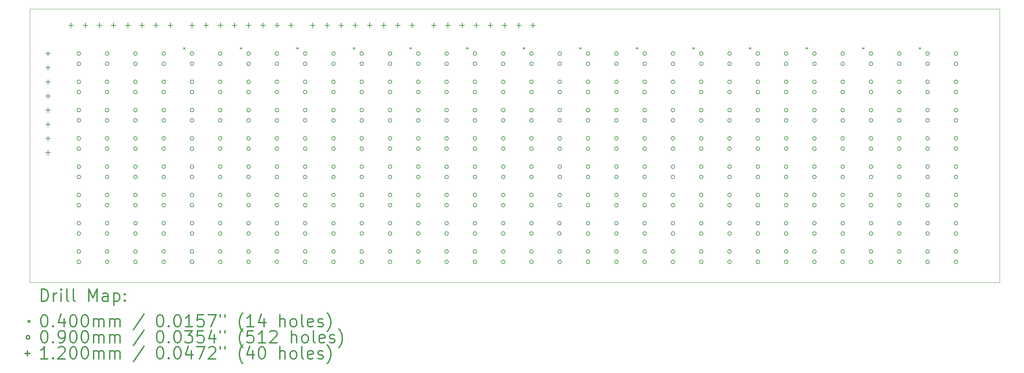
<source format=gbr>
%FSLAX45Y45*%
G04 Gerber Fmt 4.5, Leading zero omitted, Abs format (unit mm)*
G04 Created by KiCad (PCBNEW (5.1.10)-1) date 2023-12-13 16:59:55*
%MOMM*%
%LPD*%
G01*
G04 APERTURE LIST*
%TA.AperFunction,Profile*%
%ADD10C,0.050000*%
%TD*%
%ADD11C,0.200000*%
%ADD12C,0.300000*%
G04 APERTURE END LIST*
D10*
X25146000Y-1244600D02*
X1206500Y-1244600D01*
X25146000Y-8001000D02*
X25146000Y-1244600D01*
X1206500Y-8001000D02*
X25146000Y-8001000D01*
X1206500Y-1244600D02*
X1206500Y-8001000D01*
D11*
X4996500Y-2202500D02*
X5036500Y-2242500D01*
X5036500Y-2202500D02*
X4996500Y-2242500D01*
X6393500Y-2202500D02*
X6433500Y-2242500D01*
X6433500Y-2202500D02*
X6393500Y-2242500D01*
X7790500Y-2202500D02*
X7830500Y-2242500D01*
X7830500Y-2202500D02*
X7790500Y-2242500D01*
X9187500Y-2202500D02*
X9227500Y-2242500D01*
X9227500Y-2202500D02*
X9187500Y-2242500D01*
X10584500Y-2202500D02*
X10624500Y-2242500D01*
X10624500Y-2202500D02*
X10584500Y-2242500D01*
X11981500Y-2202500D02*
X12021500Y-2242500D01*
X12021500Y-2202500D02*
X11981500Y-2242500D01*
X13378500Y-2202500D02*
X13418500Y-2242500D01*
X13418500Y-2202500D02*
X13378500Y-2242500D01*
X14775500Y-2202500D02*
X14815500Y-2242500D01*
X14815500Y-2202500D02*
X14775500Y-2242500D01*
X16172500Y-2202500D02*
X16212500Y-2242500D01*
X16212500Y-2202500D02*
X16172500Y-2242500D01*
X17569500Y-2202500D02*
X17609500Y-2242500D01*
X17609500Y-2202500D02*
X17569500Y-2242500D01*
X18966500Y-2202500D02*
X19006500Y-2242500D01*
X19006500Y-2202500D02*
X18966500Y-2242500D01*
X20363500Y-2202500D02*
X20403500Y-2242500D01*
X20403500Y-2202500D02*
X20363500Y-2242500D01*
X21760500Y-2202500D02*
X21800500Y-2242500D01*
X21800500Y-2202500D02*
X21760500Y-2242500D01*
X23157500Y-2202500D02*
X23197500Y-2242500D01*
X23197500Y-2202500D02*
X23157500Y-2242500D01*
X2458000Y-2349500D02*
G75*
G03*
X2458000Y-2349500I-45000J0D01*
G01*
X2458000Y-2603500D02*
G75*
G03*
X2458000Y-2603500I-45000J0D01*
G01*
X2458000Y-3048000D02*
G75*
G03*
X2458000Y-3048000I-45000J0D01*
G01*
X2458000Y-3302000D02*
G75*
G03*
X2458000Y-3302000I-45000J0D01*
G01*
X2458000Y-3746500D02*
G75*
G03*
X2458000Y-3746500I-45000J0D01*
G01*
X2458000Y-4000500D02*
G75*
G03*
X2458000Y-4000500I-45000J0D01*
G01*
X2458000Y-4445000D02*
G75*
G03*
X2458000Y-4445000I-45000J0D01*
G01*
X2458000Y-4699000D02*
G75*
G03*
X2458000Y-4699000I-45000J0D01*
G01*
X2458000Y-5143500D02*
G75*
G03*
X2458000Y-5143500I-45000J0D01*
G01*
X2458000Y-5397500D02*
G75*
G03*
X2458000Y-5397500I-45000J0D01*
G01*
X2458000Y-5842000D02*
G75*
G03*
X2458000Y-5842000I-45000J0D01*
G01*
X2458000Y-6096000D02*
G75*
G03*
X2458000Y-6096000I-45000J0D01*
G01*
X2458000Y-6540500D02*
G75*
G03*
X2458000Y-6540500I-45000J0D01*
G01*
X2458000Y-6794500D02*
G75*
G03*
X2458000Y-6794500I-45000J0D01*
G01*
X2458000Y-7239000D02*
G75*
G03*
X2458000Y-7239000I-45000J0D01*
G01*
X2458000Y-7493000D02*
G75*
G03*
X2458000Y-7493000I-45000J0D01*
G01*
X3156500Y-2349500D02*
G75*
G03*
X3156500Y-2349500I-45000J0D01*
G01*
X3156500Y-2603500D02*
G75*
G03*
X3156500Y-2603500I-45000J0D01*
G01*
X3156500Y-3048000D02*
G75*
G03*
X3156500Y-3048000I-45000J0D01*
G01*
X3156500Y-3302000D02*
G75*
G03*
X3156500Y-3302000I-45000J0D01*
G01*
X3156500Y-3746500D02*
G75*
G03*
X3156500Y-3746500I-45000J0D01*
G01*
X3156500Y-4000500D02*
G75*
G03*
X3156500Y-4000500I-45000J0D01*
G01*
X3156500Y-4445000D02*
G75*
G03*
X3156500Y-4445000I-45000J0D01*
G01*
X3156500Y-4699000D02*
G75*
G03*
X3156500Y-4699000I-45000J0D01*
G01*
X3156500Y-5143500D02*
G75*
G03*
X3156500Y-5143500I-45000J0D01*
G01*
X3156500Y-5397500D02*
G75*
G03*
X3156500Y-5397500I-45000J0D01*
G01*
X3156500Y-5842000D02*
G75*
G03*
X3156500Y-5842000I-45000J0D01*
G01*
X3156500Y-6096000D02*
G75*
G03*
X3156500Y-6096000I-45000J0D01*
G01*
X3156500Y-6540500D02*
G75*
G03*
X3156500Y-6540500I-45000J0D01*
G01*
X3156500Y-6794500D02*
G75*
G03*
X3156500Y-6794500I-45000J0D01*
G01*
X3156500Y-7239000D02*
G75*
G03*
X3156500Y-7239000I-45000J0D01*
G01*
X3156500Y-7493000D02*
G75*
G03*
X3156500Y-7493000I-45000J0D01*
G01*
X3855000Y-2349500D02*
G75*
G03*
X3855000Y-2349500I-45000J0D01*
G01*
X3855000Y-2603500D02*
G75*
G03*
X3855000Y-2603500I-45000J0D01*
G01*
X3855000Y-3048000D02*
G75*
G03*
X3855000Y-3048000I-45000J0D01*
G01*
X3855000Y-3302000D02*
G75*
G03*
X3855000Y-3302000I-45000J0D01*
G01*
X3855000Y-3746500D02*
G75*
G03*
X3855000Y-3746500I-45000J0D01*
G01*
X3855000Y-4000500D02*
G75*
G03*
X3855000Y-4000500I-45000J0D01*
G01*
X3855000Y-4445000D02*
G75*
G03*
X3855000Y-4445000I-45000J0D01*
G01*
X3855000Y-4699000D02*
G75*
G03*
X3855000Y-4699000I-45000J0D01*
G01*
X3855000Y-5143500D02*
G75*
G03*
X3855000Y-5143500I-45000J0D01*
G01*
X3855000Y-5397500D02*
G75*
G03*
X3855000Y-5397500I-45000J0D01*
G01*
X3855000Y-5842000D02*
G75*
G03*
X3855000Y-5842000I-45000J0D01*
G01*
X3855000Y-6096000D02*
G75*
G03*
X3855000Y-6096000I-45000J0D01*
G01*
X3855000Y-6540500D02*
G75*
G03*
X3855000Y-6540500I-45000J0D01*
G01*
X3855000Y-6794500D02*
G75*
G03*
X3855000Y-6794500I-45000J0D01*
G01*
X3855000Y-7239000D02*
G75*
G03*
X3855000Y-7239000I-45000J0D01*
G01*
X3855000Y-7493000D02*
G75*
G03*
X3855000Y-7493000I-45000J0D01*
G01*
X4553500Y-2349500D02*
G75*
G03*
X4553500Y-2349500I-45000J0D01*
G01*
X4553500Y-2603500D02*
G75*
G03*
X4553500Y-2603500I-45000J0D01*
G01*
X4553500Y-3048000D02*
G75*
G03*
X4553500Y-3048000I-45000J0D01*
G01*
X4553500Y-3302000D02*
G75*
G03*
X4553500Y-3302000I-45000J0D01*
G01*
X4553500Y-3746500D02*
G75*
G03*
X4553500Y-3746500I-45000J0D01*
G01*
X4553500Y-4000500D02*
G75*
G03*
X4553500Y-4000500I-45000J0D01*
G01*
X4553500Y-4445000D02*
G75*
G03*
X4553500Y-4445000I-45000J0D01*
G01*
X4553500Y-4699000D02*
G75*
G03*
X4553500Y-4699000I-45000J0D01*
G01*
X4553500Y-5143500D02*
G75*
G03*
X4553500Y-5143500I-45000J0D01*
G01*
X4553500Y-5397500D02*
G75*
G03*
X4553500Y-5397500I-45000J0D01*
G01*
X4553500Y-5842000D02*
G75*
G03*
X4553500Y-5842000I-45000J0D01*
G01*
X4553500Y-6096000D02*
G75*
G03*
X4553500Y-6096000I-45000J0D01*
G01*
X4553500Y-6540500D02*
G75*
G03*
X4553500Y-6540500I-45000J0D01*
G01*
X4553500Y-6794500D02*
G75*
G03*
X4553500Y-6794500I-45000J0D01*
G01*
X4553500Y-7239000D02*
G75*
G03*
X4553500Y-7239000I-45000J0D01*
G01*
X4553500Y-7493000D02*
G75*
G03*
X4553500Y-7493000I-45000J0D01*
G01*
X5252000Y-2349500D02*
G75*
G03*
X5252000Y-2349500I-45000J0D01*
G01*
X5252000Y-2603500D02*
G75*
G03*
X5252000Y-2603500I-45000J0D01*
G01*
X5252000Y-3048000D02*
G75*
G03*
X5252000Y-3048000I-45000J0D01*
G01*
X5252000Y-3302000D02*
G75*
G03*
X5252000Y-3302000I-45000J0D01*
G01*
X5252000Y-3746500D02*
G75*
G03*
X5252000Y-3746500I-45000J0D01*
G01*
X5252000Y-4000500D02*
G75*
G03*
X5252000Y-4000500I-45000J0D01*
G01*
X5252000Y-4445000D02*
G75*
G03*
X5252000Y-4445000I-45000J0D01*
G01*
X5252000Y-4699000D02*
G75*
G03*
X5252000Y-4699000I-45000J0D01*
G01*
X5252000Y-5143500D02*
G75*
G03*
X5252000Y-5143500I-45000J0D01*
G01*
X5252000Y-5397500D02*
G75*
G03*
X5252000Y-5397500I-45000J0D01*
G01*
X5252000Y-5842000D02*
G75*
G03*
X5252000Y-5842000I-45000J0D01*
G01*
X5252000Y-6096000D02*
G75*
G03*
X5252000Y-6096000I-45000J0D01*
G01*
X5252000Y-6540500D02*
G75*
G03*
X5252000Y-6540500I-45000J0D01*
G01*
X5252000Y-6794500D02*
G75*
G03*
X5252000Y-6794500I-45000J0D01*
G01*
X5252000Y-7239000D02*
G75*
G03*
X5252000Y-7239000I-45000J0D01*
G01*
X5252000Y-7493000D02*
G75*
G03*
X5252000Y-7493000I-45000J0D01*
G01*
X5950500Y-2349500D02*
G75*
G03*
X5950500Y-2349500I-45000J0D01*
G01*
X5950500Y-2603500D02*
G75*
G03*
X5950500Y-2603500I-45000J0D01*
G01*
X5950500Y-3048000D02*
G75*
G03*
X5950500Y-3048000I-45000J0D01*
G01*
X5950500Y-3302000D02*
G75*
G03*
X5950500Y-3302000I-45000J0D01*
G01*
X5950500Y-3746500D02*
G75*
G03*
X5950500Y-3746500I-45000J0D01*
G01*
X5950500Y-4000500D02*
G75*
G03*
X5950500Y-4000500I-45000J0D01*
G01*
X5950500Y-4445000D02*
G75*
G03*
X5950500Y-4445000I-45000J0D01*
G01*
X5950500Y-4699000D02*
G75*
G03*
X5950500Y-4699000I-45000J0D01*
G01*
X5950500Y-5143500D02*
G75*
G03*
X5950500Y-5143500I-45000J0D01*
G01*
X5950500Y-5397500D02*
G75*
G03*
X5950500Y-5397500I-45000J0D01*
G01*
X5950500Y-5842000D02*
G75*
G03*
X5950500Y-5842000I-45000J0D01*
G01*
X5950500Y-6096000D02*
G75*
G03*
X5950500Y-6096000I-45000J0D01*
G01*
X5950500Y-6540500D02*
G75*
G03*
X5950500Y-6540500I-45000J0D01*
G01*
X5950500Y-6794500D02*
G75*
G03*
X5950500Y-6794500I-45000J0D01*
G01*
X5950500Y-7239000D02*
G75*
G03*
X5950500Y-7239000I-45000J0D01*
G01*
X5950500Y-7493000D02*
G75*
G03*
X5950500Y-7493000I-45000J0D01*
G01*
X6649000Y-2349500D02*
G75*
G03*
X6649000Y-2349500I-45000J0D01*
G01*
X6649000Y-2603500D02*
G75*
G03*
X6649000Y-2603500I-45000J0D01*
G01*
X6649000Y-3048000D02*
G75*
G03*
X6649000Y-3048000I-45000J0D01*
G01*
X6649000Y-3302000D02*
G75*
G03*
X6649000Y-3302000I-45000J0D01*
G01*
X6649000Y-3746500D02*
G75*
G03*
X6649000Y-3746500I-45000J0D01*
G01*
X6649000Y-4000500D02*
G75*
G03*
X6649000Y-4000500I-45000J0D01*
G01*
X6649000Y-4445000D02*
G75*
G03*
X6649000Y-4445000I-45000J0D01*
G01*
X6649000Y-4699000D02*
G75*
G03*
X6649000Y-4699000I-45000J0D01*
G01*
X6649000Y-5143500D02*
G75*
G03*
X6649000Y-5143500I-45000J0D01*
G01*
X6649000Y-5397500D02*
G75*
G03*
X6649000Y-5397500I-45000J0D01*
G01*
X6649000Y-5842000D02*
G75*
G03*
X6649000Y-5842000I-45000J0D01*
G01*
X6649000Y-6096000D02*
G75*
G03*
X6649000Y-6096000I-45000J0D01*
G01*
X6649000Y-6540500D02*
G75*
G03*
X6649000Y-6540500I-45000J0D01*
G01*
X6649000Y-6794500D02*
G75*
G03*
X6649000Y-6794500I-45000J0D01*
G01*
X6649000Y-7239000D02*
G75*
G03*
X6649000Y-7239000I-45000J0D01*
G01*
X6649000Y-7493000D02*
G75*
G03*
X6649000Y-7493000I-45000J0D01*
G01*
X7347500Y-2349500D02*
G75*
G03*
X7347500Y-2349500I-45000J0D01*
G01*
X7347500Y-2603500D02*
G75*
G03*
X7347500Y-2603500I-45000J0D01*
G01*
X7347500Y-3048000D02*
G75*
G03*
X7347500Y-3048000I-45000J0D01*
G01*
X7347500Y-3302000D02*
G75*
G03*
X7347500Y-3302000I-45000J0D01*
G01*
X7347500Y-3746500D02*
G75*
G03*
X7347500Y-3746500I-45000J0D01*
G01*
X7347500Y-4000500D02*
G75*
G03*
X7347500Y-4000500I-45000J0D01*
G01*
X7347500Y-4445000D02*
G75*
G03*
X7347500Y-4445000I-45000J0D01*
G01*
X7347500Y-4699000D02*
G75*
G03*
X7347500Y-4699000I-45000J0D01*
G01*
X7347500Y-5143500D02*
G75*
G03*
X7347500Y-5143500I-45000J0D01*
G01*
X7347500Y-5397500D02*
G75*
G03*
X7347500Y-5397500I-45000J0D01*
G01*
X7347500Y-5842000D02*
G75*
G03*
X7347500Y-5842000I-45000J0D01*
G01*
X7347500Y-6096000D02*
G75*
G03*
X7347500Y-6096000I-45000J0D01*
G01*
X7347500Y-6540500D02*
G75*
G03*
X7347500Y-6540500I-45000J0D01*
G01*
X7347500Y-6794500D02*
G75*
G03*
X7347500Y-6794500I-45000J0D01*
G01*
X7347500Y-7239000D02*
G75*
G03*
X7347500Y-7239000I-45000J0D01*
G01*
X7347500Y-7493000D02*
G75*
G03*
X7347500Y-7493000I-45000J0D01*
G01*
X8046000Y-2349500D02*
G75*
G03*
X8046000Y-2349500I-45000J0D01*
G01*
X8046000Y-2603500D02*
G75*
G03*
X8046000Y-2603500I-45000J0D01*
G01*
X8046000Y-3048000D02*
G75*
G03*
X8046000Y-3048000I-45000J0D01*
G01*
X8046000Y-3302000D02*
G75*
G03*
X8046000Y-3302000I-45000J0D01*
G01*
X8046000Y-3746500D02*
G75*
G03*
X8046000Y-3746500I-45000J0D01*
G01*
X8046000Y-4000500D02*
G75*
G03*
X8046000Y-4000500I-45000J0D01*
G01*
X8046000Y-4445000D02*
G75*
G03*
X8046000Y-4445000I-45000J0D01*
G01*
X8046000Y-4699000D02*
G75*
G03*
X8046000Y-4699000I-45000J0D01*
G01*
X8046000Y-5143500D02*
G75*
G03*
X8046000Y-5143500I-45000J0D01*
G01*
X8046000Y-5397500D02*
G75*
G03*
X8046000Y-5397500I-45000J0D01*
G01*
X8046000Y-5842000D02*
G75*
G03*
X8046000Y-5842000I-45000J0D01*
G01*
X8046000Y-6096000D02*
G75*
G03*
X8046000Y-6096000I-45000J0D01*
G01*
X8046000Y-6540500D02*
G75*
G03*
X8046000Y-6540500I-45000J0D01*
G01*
X8046000Y-6794500D02*
G75*
G03*
X8046000Y-6794500I-45000J0D01*
G01*
X8046000Y-7239000D02*
G75*
G03*
X8046000Y-7239000I-45000J0D01*
G01*
X8046000Y-7493000D02*
G75*
G03*
X8046000Y-7493000I-45000J0D01*
G01*
X8744500Y-2349500D02*
G75*
G03*
X8744500Y-2349500I-45000J0D01*
G01*
X8744500Y-2603500D02*
G75*
G03*
X8744500Y-2603500I-45000J0D01*
G01*
X8744500Y-3048000D02*
G75*
G03*
X8744500Y-3048000I-45000J0D01*
G01*
X8744500Y-3302000D02*
G75*
G03*
X8744500Y-3302000I-45000J0D01*
G01*
X8744500Y-3746500D02*
G75*
G03*
X8744500Y-3746500I-45000J0D01*
G01*
X8744500Y-4000500D02*
G75*
G03*
X8744500Y-4000500I-45000J0D01*
G01*
X8744500Y-4445000D02*
G75*
G03*
X8744500Y-4445000I-45000J0D01*
G01*
X8744500Y-4699000D02*
G75*
G03*
X8744500Y-4699000I-45000J0D01*
G01*
X8744500Y-5143500D02*
G75*
G03*
X8744500Y-5143500I-45000J0D01*
G01*
X8744500Y-5397500D02*
G75*
G03*
X8744500Y-5397500I-45000J0D01*
G01*
X8744500Y-5842000D02*
G75*
G03*
X8744500Y-5842000I-45000J0D01*
G01*
X8744500Y-6096000D02*
G75*
G03*
X8744500Y-6096000I-45000J0D01*
G01*
X8744500Y-6540500D02*
G75*
G03*
X8744500Y-6540500I-45000J0D01*
G01*
X8744500Y-6794500D02*
G75*
G03*
X8744500Y-6794500I-45000J0D01*
G01*
X8744500Y-7239000D02*
G75*
G03*
X8744500Y-7239000I-45000J0D01*
G01*
X8744500Y-7493000D02*
G75*
G03*
X8744500Y-7493000I-45000J0D01*
G01*
X9443000Y-2349500D02*
G75*
G03*
X9443000Y-2349500I-45000J0D01*
G01*
X9443000Y-2603500D02*
G75*
G03*
X9443000Y-2603500I-45000J0D01*
G01*
X9443000Y-3048000D02*
G75*
G03*
X9443000Y-3048000I-45000J0D01*
G01*
X9443000Y-3302000D02*
G75*
G03*
X9443000Y-3302000I-45000J0D01*
G01*
X9443000Y-3746500D02*
G75*
G03*
X9443000Y-3746500I-45000J0D01*
G01*
X9443000Y-4000500D02*
G75*
G03*
X9443000Y-4000500I-45000J0D01*
G01*
X9443000Y-4445000D02*
G75*
G03*
X9443000Y-4445000I-45000J0D01*
G01*
X9443000Y-4699000D02*
G75*
G03*
X9443000Y-4699000I-45000J0D01*
G01*
X9443000Y-5143500D02*
G75*
G03*
X9443000Y-5143500I-45000J0D01*
G01*
X9443000Y-5397500D02*
G75*
G03*
X9443000Y-5397500I-45000J0D01*
G01*
X9443000Y-5842000D02*
G75*
G03*
X9443000Y-5842000I-45000J0D01*
G01*
X9443000Y-6096000D02*
G75*
G03*
X9443000Y-6096000I-45000J0D01*
G01*
X9443000Y-6540500D02*
G75*
G03*
X9443000Y-6540500I-45000J0D01*
G01*
X9443000Y-6794500D02*
G75*
G03*
X9443000Y-6794500I-45000J0D01*
G01*
X9443000Y-7239000D02*
G75*
G03*
X9443000Y-7239000I-45000J0D01*
G01*
X9443000Y-7493000D02*
G75*
G03*
X9443000Y-7493000I-45000J0D01*
G01*
X10141500Y-2349500D02*
G75*
G03*
X10141500Y-2349500I-45000J0D01*
G01*
X10141500Y-2603500D02*
G75*
G03*
X10141500Y-2603500I-45000J0D01*
G01*
X10141500Y-3048000D02*
G75*
G03*
X10141500Y-3048000I-45000J0D01*
G01*
X10141500Y-3302000D02*
G75*
G03*
X10141500Y-3302000I-45000J0D01*
G01*
X10141500Y-3746500D02*
G75*
G03*
X10141500Y-3746500I-45000J0D01*
G01*
X10141500Y-4000500D02*
G75*
G03*
X10141500Y-4000500I-45000J0D01*
G01*
X10141500Y-4445000D02*
G75*
G03*
X10141500Y-4445000I-45000J0D01*
G01*
X10141500Y-4699000D02*
G75*
G03*
X10141500Y-4699000I-45000J0D01*
G01*
X10141500Y-5143500D02*
G75*
G03*
X10141500Y-5143500I-45000J0D01*
G01*
X10141500Y-5397500D02*
G75*
G03*
X10141500Y-5397500I-45000J0D01*
G01*
X10141500Y-5842000D02*
G75*
G03*
X10141500Y-5842000I-45000J0D01*
G01*
X10141500Y-6096000D02*
G75*
G03*
X10141500Y-6096000I-45000J0D01*
G01*
X10141500Y-6540500D02*
G75*
G03*
X10141500Y-6540500I-45000J0D01*
G01*
X10141500Y-6794500D02*
G75*
G03*
X10141500Y-6794500I-45000J0D01*
G01*
X10141500Y-7239000D02*
G75*
G03*
X10141500Y-7239000I-45000J0D01*
G01*
X10141500Y-7493000D02*
G75*
G03*
X10141500Y-7493000I-45000J0D01*
G01*
X10840000Y-2349500D02*
G75*
G03*
X10840000Y-2349500I-45000J0D01*
G01*
X10840000Y-2603500D02*
G75*
G03*
X10840000Y-2603500I-45000J0D01*
G01*
X10840000Y-3048000D02*
G75*
G03*
X10840000Y-3048000I-45000J0D01*
G01*
X10840000Y-3302000D02*
G75*
G03*
X10840000Y-3302000I-45000J0D01*
G01*
X10840000Y-3746500D02*
G75*
G03*
X10840000Y-3746500I-45000J0D01*
G01*
X10840000Y-4000500D02*
G75*
G03*
X10840000Y-4000500I-45000J0D01*
G01*
X10840000Y-4445000D02*
G75*
G03*
X10840000Y-4445000I-45000J0D01*
G01*
X10840000Y-4699000D02*
G75*
G03*
X10840000Y-4699000I-45000J0D01*
G01*
X10840000Y-5143500D02*
G75*
G03*
X10840000Y-5143500I-45000J0D01*
G01*
X10840000Y-5397500D02*
G75*
G03*
X10840000Y-5397500I-45000J0D01*
G01*
X10840000Y-5842000D02*
G75*
G03*
X10840000Y-5842000I-45000J0D01*
G01*
X10840000Y-6096000D02*
G75*
G03*
X10840000Y-6096000I-45000J0D01*
G01*
X10840000Y-6540500D02*
G75*
G03*
X10840000Y-6540500I-45000J0D01*
G01*
X10840000Y-6794500D02*
G75*
G03*
X10840000Y-6794500I-45000J0D01*
G01*
X10840000Y-7239000D02*
G75*
G03*
X10840000Y-7239000I-45000J0D01*
G01*
X10840000Y-7493000D02*
G75*
G03*
X10840000Y-7493000I-45000J0D01*
G01*
X11538500Y-2349500D02*
G75*
G03*
X11538500Y-2349500I-45000J0D01*
G01*
X11538500Y-2603500D02*
G75*
G03*
X11538500Y-2603500I-45000J0D01*
G01*
X11538500Y-3048000D02*
G75*
G03*
X11538500Y-3048000I-45000J0D01*
G01*
X11538500Y-3302000D02*
G75*
G03*
X11538500Y-3302000I-45000J0D01*
G01*
X11538500Y-3746500D02*
G75*
G03*
X11538500Y-3746500I-45000J0D01*
G01*
X11538500Y-4000500D02*
G75*
G03*
X11538500Y-4000500I-45000J0D01*
G01*
X11538500Y-4445000D02*
G75*
G03*
X11538500Y-4445000I-45000J0D01*
G01*
X11538500Y-4699000D02*
G75*
G03*
X11538500Y-4699000I-45000J0D01*
G01*
X11538500Y-5143500D02*
G75*
G03*
X11538500Y-5143500I-45000J0D01*
G01*
X11538500Y-5397500D02*
G75*
G03*
X11538500Y-5397500I-45000J0D01*
G01*
X11538500Y-5842000D02*
G75*
G03*
X11538500Y-5842000I-45000J0D01*
G01*
X11538500Y-6096000D02*
G75*
G03*
X11538500Y-6096000I-45000J0D01*
G01*
X11538500Y-6540500D02*
G75*
G03*
X11538500Y-6540500I-45000J0D01*
G01*
X11538500Y-6794500D02*
G75*
G03*
X11538500Y-6794500I-45000J0D01*
G01*
X11538500Y-7239000D02*
G75*
G03*
X11538500Y-7239000I-45000J0D01*
G01*
X11538500Y-7493000D02*
G75*
G03*
X11538500Y-7493000I-45000J0D01*
G01*
X12237000Y-2349500D02*
G75*
G03*
X12237000Y-2349500I-45000J0D01*
G01*
X12237000Y-2603500D02*
G75*
G03*
X12237000Y-2603500I-45000J0D01*
G01*
X12237000Y-3048000D02*
G75*
G03*
X12237000Y-3048000I-45000J0D01*
G01*
X12237000Y-3302000D02*
G75*
G03*
X12237000Y-3302000I-45000J0D01*
G01*
X12237000Y-3746500D02*
G75*
G03*
X12237000Y-3746500I-45000J0D01*
G01*
X12237000Y-4000500D02*
G75*
G03*
X12237000Y-4000500I-45000J0D01*
G01*
X12237000Y-4445000D02*
G75*
G03*
X12237000Y-4445000I-45000J0D01*
G01*
X12237000Y-4699000D02*
G75*
G03*
X12237000Y-4699000I-45000J0D01*
G01*
X12237000Y-5143500D02*
G75*
G03*
X12237000Y-5143500I-45000J0D01*
G01*
X12237000Y-5397500D02*
G75*
G03*
X12237000Y-5397500I-45000J0D01*
G01*
X12237000Y-5842000D02*
G75*
G03*
X12237000Y-5842000I-45000J0D01*
G01*
X12237000Y-6096000D02*
G75*
G03*
X12237000Y-6096000I-45000J0D01*
G01*
X12237000Y-6540500D02*
G75*
G03*
X12237000Y-6540500I-45000J0D01*
G01*
X12237000Y-6794500D02*
G75*
G03*
X12237000Y-6794500I-45000J0D01*
G01*
X12237000Y-7239000D02*
G75*
G03*
X12237000Y-7239000I-45000J0D01*
G01*
X12237000Y-7493000D02*
G75*
G03*
X12237000Y-7493000I-45000J0D01*
G01*
X12935500Y-2349500D02*
G75*
G03*
X12935500Y-2349500I-45000J0D01*
G01*
X12935500Y-2603500D02*
G75*
G03*
X12935500Y-2603500I-45000J0D01*
G01*
X12935500Y-3048000D02*
G75*
G03*
X12935500Y-3048000I-45000J0D01*
G01*
X12935500Y-3302000D02*
G75*
G03*
X12935500Y-3302000I-45000J0D01*
G01*
X12935500Y-3746500D02*
G75*
G03*
X12935500Y-3746500I-45000J0D01*
G01*
X12935500Y-4000500D02*
G75*
G03*
X12935500Y-4000500I-45000J0D01*
G01*
X12935500Y-4445000D02*
G75*
G03*
X12935500Y-4445000I-45000J0D01*
G01*
X12935500Y-4699000D02*
G75*
G03*
X12935500Y-4699000I-45000J0D01*
G01*
X12935500Y-5143500D02*
G75*
G03*
X12935500Y-5143500I-45000J0D01*
G01*
X12935500Y-5397500D02*
G75*
G03*
X12935500Y-5397500I-45000J0D01*
G01*
X12935500Y-5842000D02*
G75*
G03*
X12935500Y-5842000I-45000J0D01*
G01*
X12935500Y-6096000D02*
G75*
G03*
X12935500Y-6096000I-45000J0D01*
G01*
X12935500Y-6540500D02*
G75*
G03*
X12935500Y-6540500I-45000J0D01*
G01*
X12935500Y-6794500D02*
G75*
G03*
X12935500Y-6794500I-45000J0D01*
G01*
X12935500Y-7239000D02*
G75*
G03*
X12935500Y-7239000I-45000J0D01*
G01*
X12935500Y-7493000D02*
G75*
G03*
X12935500Y-7493000I-45000J0D01*
G01*
X13634000Y-2349500D02*
G75*
G03*
X13634000Y-2349500I-45000J0D01*
G01*
X13634000Y-2603500D02*
G75*
G03*
X13634000Y-2603500I-45000J0D01*
G01*
X13634000Y-3048000D02*
G75*
G03*
X13634000Y-3048000I-45000J0D01*
G01*
X13634000Y-3302000D02*
G75*
G03*
X13634000Y-3302000I-45000J0D01*
G01*
X13634000Y-3746500D02*
G75*
G03*
X13634000Y-3746500I-45000J0D01*
G01*
X13634000Y-4000500D02*
G75*
G03*
X13634000Y-4000500I-45000J0D01*
G01*
X13634000Y-4445000D02*
G75*
G03*
X13634000Y-4445000I-45000J0D01*
G01*
X13634000Y-4699000D02*
G75*
G03*
X13634000Y-4699000I-45000J0D01*
G01*
X13634000Y-5143500D02*
G75*
G03*
X13634000Y-5143500I-45000J0D01*
G01*
X13634000Y-5397500D02*
G75*
G03*
X13634000Y-5397500I-45000J0D01*
G01*
X13634000Y-5842000D02*
G75*
G03*
X13634000Y-5842000I-45000J0D01*
G01*
X13634000Y-6096000D02*
G75*
G03*
X13634000Y-6096000I-45000J0D01*
G01*
X13634000Y-6540500D02*
G75*
G03*
X13634000Y-6540500I-45000J0D01*
G01*
X13634000Y-6794500D02*
G75*
G03*
X13634000Y-6794500I-45000J0D01*
G01*
X13634000Y-7239000D02*
G75*
G03*
X13634000Y-7239000I-45000J0D01*
G01*
X13634000Y-7493000D02*
G75*
G03*
X13634000Y-7493000I-45000J0D01*
G01*
X14321900Y-6540500D02*
G75*
G03*
X14321900Y-6540500I-45000J0D01*
G01*
X14321900Y-6794500D02*
G75*
G03*
X14321900Y-6794500I-45000J0D01*
G01*
X14332500Y-2349500D02*
G75*
G03*
X14332500Y-2349500I-45000J0D01*
G01*
X14332500Y-2603500D02*
G75*
G03*
X14332500Y-2603500I-45000J0D01*
G01*
X14332500Y-3048000D02*
G75*
G03*
X14332500Y-3048000I-45000J0D01*
G01*
X14332500Y-3302000D02*
G75*
G03*
X14332500Y-3302000I-45000J0D01*
G01*
X14332500Y-3746500D02*
G75*
G03*
X14332500Y-3746500I-45000J0D01*
G01*
X14332500Y-4000500D02*
G75*
G03*
X14332500Y-4000500I-45000J0D01*
G01*
X14332500Y-4445000D02*
G75*
G03*
X14332500Y-4445000I-45000J0D01*
G01*
X14332500Y-4699000D02*
G75*
G03*
X14332500Y-4699000I-45000J0D01*
G01*
X14332500Y-5143500D02*
G75*
G03*
X14332500Y-5143500I-45000J0D01*
G01*
X14332500Y-5397500D02*
G75*
G03*
X14332500Y-5397500I-45000J0D01*
G01*
X14332500Y-5842000D02*
G75*
G03*
X14332500Y-5842000I-45000J0D01*
G01*
X14332500Y-6096000D02*
G75*
G03*
X14332500Y-6096000I-45000J0D01*
G01*
X14332500Y-7239000D02*
G75*
G03*
X14332500Y-7239000I-45000J0D01*
G01*
X14332500Y-7493000D02*
G75*
G03*
X14332500Y-7493000I-45000J0D01*
G01*
X15031000Y-2349500D02*
G75*
G03*
X15031000Y-2349500I-45000J0D01*
G01*
X15031000Y-2603500D02*
G75*
G03*
X15031000Y-2603500I-45000J0D01*
G01*
X15031000Y-3048000D02*
G75*
G03*
X15031000Y-3048000I-45000J0D01*
G01*
X15031000Y-3302000D02*
G75*
G03*
X15031000Y-3302000I-45000J0D01*
G01*
X15031000Y-3746500D02*
G75*
G03*
X15031000Y-3746500I-45000J0D01*
G01*
X15031000Y-4000500D02*
G75*
G03*
X15031000Y-4000500I-45000J0D01*
G01*
X15031000Y-4445000D02*
G75*
G03*
X15031000Y-4445000I-45000J0D01*
G01*
X15031000Y-4699000D02*
G75*
G03*
X15031000Y-4699000I-45000J0D01*
G01*
X15031000Y-5143500D02*
G75*
G03*
X15031000Y-5143500I-45000J0D01*
G01*
X15031000Y-5397500D02*
G75*
G03*
X15031000Y-5397500I-45000J0D01*
G01*
X15031000Y-5842000D02*
G75*
G03*
X15031000Y-5842000I-45000J0D01*
G01*
X15031000Y-6096000D02*
G75*
G03*
X15031000Y-6096000I-45000J0D01*
G01*
X15031000Y-6540500D02*
G75*
G03*
X15031000Y-6540500I-45000J0D01*
G01*
X15031000Y-6794500D02*
G75*
G03*
X15031000Y-6794500I-45000J0D01*
G01*
X15031000Y-7239000D02*
G75*
G03*
X15031000Y-7239000I-45000J0D01*
G01*
X15031000Y-7493000D02*
G75*
G03*
X15031000Y-7493000I-45000J0D01*
G01*
X15729500Y-2349500D02*
G75*
G03*
X15729500Y-2349500I-45000J0D01*
G01*
X15729500Y-2603500D02*
G75*
G03*
X15729500Y-2603500I-45000J0D01*
G01*
X15729500Y-3048000D02*
G75*
G03*
X15729500Y-3048000I-45000J0D01*
G01*
X15729500Y-3302000D02*
G75*
G03*
X15729500Y-3302000I-45000J0D01*
G01*
X15729500Y-3746500D02*
G75*
G03*
X15729500Y-3746500I-45000J0D01*
G01*
X15729500Y-4000500D02*
G75*
G03*
X15729500Y-4000500I-45000J0D01*
G01*
X15729500Y-4445000D02*
G75*
G03*
X15729500Y-4445000I-45000J0D01*
G01*
X15729500Y-4699000D02*
G75*
G03*
X15729500Y-4699000I-45000J0D01*
G01*
X15729500Y-5143500D02*
G75*
G03*
X15729500Y-5143500I-45000J0D01*
G01*
X15729500Y-5397500D02*
G75*
G03*
X15729500Y-5397500I-45000J0D01*
G01*
X15729500Y-5842000D02*
G75*
G03*
X15729500Y-5842000I-45000J0D01*
G01*
X15729500Y-6096000D02*
G75*
G03*
X15729500Y-6096000I-45000J0D01*
G01*
X15729500Y-6540500D02*
G75*
G03*
X15729500Y-6540500I-45000J0D01*
G01*
X15729500Y-6794500D02*
G75*
G03*
X15729500Y-6794500I-45000J0D01*
G01*
X15729500Y-7239000D02*
G75*
G03*
X15729500Y-7239000I-45000J0D01*
G01*
X15729500Y-7493000D02*
G75*
G03*
X15729500Y-7493000I-45000J0D01*
G01*
X16428000Y-2349500D02*
G75*
G03*
X16428000Y-2349500I-45000J0D01*
G01*
X16428000Y-2603500D02*
G75*
G03*
X16428000Y-2603500I-45000J0D01*
G01*
X16428000Y-3048000D02*
G75*
G03*
X16428000Y-3048000I-45000J0D01*
G01*
X16428000Y-3302000D02*
G75*
G03*
X16428000Y-3302000I-45000J0D01*
G01*
X16428000Y-3746500D02*
G75*
G03*
X16428000Y-3746500I-45000J0D01*
G01*
X16428000Y-4000500D02*
G75*
G03*
X16428000Y-4000500I-45000J0D01*
G01*
X16428000Y-4445000D02*
G75*
G03*
X16428000Y-4445000I-45000J0D01*
G01*
X16428000Y-4699000D02*
G75*
G03*
X16428000Y-4699000I-45000J0D01*
G01*
X16428000Y-5143500D02*
G75*
G03*
X16428000Y-5143500I-45000J0D01*
G01*
X16428000Y-5397500D02*
G75*
G03*
X16428000Y-5397500I-45000J0D01*
G01*
X16428000Y-5842000D02*
G75*
G03*
X16428000Y-5842000I-45000J0D01*
G01*
X16428000Y-6096000D02*
G75*
G03*
X16428000Y-6096000I-45000J0D01*
G01*
X16428000Y-6540500D02*
G75*
G03*
X16428000Y-6540500I-45000J0D01*
G01*
X16428000Y-6794500D02*
G75*
G03*
X16428000Y-6794500I-45000J0D01*
G01*
X16428000Y-7239000D02*
G75*
G03*
X16428000Y-7239000I-45000J0D01*
G01*
X16428000Y-7493000D02*
G75*
G03*
X16428000Y-7493000I-45000J0D01*
G01*
X17126500Y-2349500D02*
G75*
G03*
X17126500Y-2349500I-45000J0D01*
G01*
X17126500Y-2603500D02*
G75*
G03*
X17126500Y-2603500I-45000J0D01*
G01*
X17126500Y-3048000D02*
G75*
G03*
X17126500Y-3048000I-45000J0D01*
G01*
X17126500Y-3302000D02*
G75*
G03*
X17126500Y-3302000I-45000J0D01*
G01*
X17126500Y-3746500D02*
G75*
G03*
X17126500Y-3746500I-45000J0D01*
G01*
X17126500Y-4000500D02*
G75*
G03*
X17126500Y-4000500I-45000J0D01*
G01*
X17126500Y-4445000D02*
G75*
G03*
X17126500Y-4445000I-45000J0D01*
G01*
X17126500Y-4699000D02*
G75*
G03*
X17126500Y-4699000I-45000J0D01*
G01*
X17126500Y-5143500D02*
G75*
G03*
X17126500Y-5143500I-45000J0D01*
G01*
X17126500Y-5397500D02*
G75*
G03*
X17126500Y-5397500I-45000J0D01*
G01*
X17126500Y-5842000D02*
G75*
G03*
X17126500Y-5842000I-45000J0D01*
G01*
X17126500Y-6096000D02*
G75*
G03*
X17126500Y-6096000I-45000J0D01*
G01*
X17126500Y-6540500D02*
G75*
G03*
X17126500Y-6540500I-45000J0D01*
G01*
X17126500Y-6794500D02*
G75*
G03*
X17126500Y-6794500I-45000J0D01*
G01*
X17126500Y-7239000D02*
G75*
G03*
X17126500Y-7239000I-45000J0D01*
G01*
X17126500Y-7493000D02*
G75*
G03*
X17126500Y-7493000I-45000J0D01*
G01*
X17825000Y-2349500D02*
G75*
G03*
X17825000Y-2349500I-45000J0D01*
G01*
X17825000Y-2603500D02*
G75*
G03*
X17825000Y-2603500I-45000J0D01*
G01*
X17825000Y-3048000D02*
G75*
G03*
X17825000Y-3048000I-45000J0D01*
G01*
X17825000Y-3302000D02*
G75*
G03*
X17825000Y-3302000I-45000J0D01*
G01*
X17825000Y-3746500D02*
G75*
G03*
X17825000Y-3746500I-45000J0D01*
G01*
X17825000Y-4000500D02*
G75*
G03*
X17825000Y-4000500I-45000J0D01*
G01*
X17825000Y-4445000D02*
G75*
G03*
X17825000Y-4445000I-45000J0D01*
G01*
X17825000Y-4699000D02*
G75*
G03*
X17825000Y-4699000I-45000J0D01*
G01*
X17825000Y-5143500D02*
G75*
G03*
X17825000Y-5143500I-45000J0D01*
G01*
X17825000Y-5397500D02*
G75*
G03*
X17825000Y-5397500I-45000J0D01*
G01*
X17825000Y-5842000D02*
G75*
G03*
X17825000Y-5842000I-45000J0D01*
G01*
X17825000Y-6096000D02*
G75*
G03*
X17825000Y-6096000I-45000J0D01*
G01*
X17825000Y-6540500D02*
G75*
G03*
X17825000Y-6540500I-45000J0D01*
G01*
X17825000Y-6794500D02*
G75*
G03*
X17825000Y-6794500I-45000J0D01*
G01*
X17825000Y-7239000D02*
G75*
G03*
X17825000Y-7239000I-45000J0D01*
G01*
X17825000Y-7493000D02*
G75*
G03*
X17825000Y-7493000I-45000J0D01*
G01*
X18523500Y-2349500D02*
G75*
G03*
X18523500Y-2349500I-45000J0D01*
G01*
X18523500Y-2603500D02*
G75*
G03*
X18523500Y-2603500I-45000J0D01*
G01*
X18523500Y-3048000D02*
G75*
G03*
X18523500Y-3048000I-45000J0D01*
G01*
X18523500Y-3302000D02*
G75*
G03*
X18523500Y-3302000I-45000J0D01*
G01*
X18523500Y-3746500D02*
G75*
G03*
X18523500Y-3746500I-45000J0D01*
G01*
X18523500Y-4000500D02*
G75*
G03*
X18523500Y-4000500I-45000J0D01*
G01*
X18523500Y-4445000D02*
G75*
G03*
X18523500Y-4445000I-45000J0D01*
G01*
X18523500Y-4699000D02*
G75*
G03*
X18523500Y-4699000I-45000J0D01*
G01*
X18523500Y-5143500D02*
G75*
G03*
X18523500Y-5143500I-45000J0D01*
G01*
X18523500Y-5397500D02*
G75*
G03*
X18523500Y-5397500I-45000J0D01*
G01*
X18523500Y-5842000D02*
G75*
G03*
X18523500Y-5842000I-45000J0D01*
G01*
X18523500Y-6096000D02*
G75*
G03*
X18523500Y-6096000I-45000J0D01*
G01*
X18523500Y-6540500D02*
G75*
G03*
X18523500Y-6540500I-45000J0D01*
G01*
X18523500Y-6794500D02*
G75*
G03*
X18523500Y-6794500I-45000J0D01*
G01*
X18523500Y-7239000D02*
G75*
G03*
X18523500Y-7239000I-45000J0D01*
G01*
X18523500Y-7493000D02*
G75*
G03*
X18523500Y-7493000I-45000J0D01*
G01*
X19222000Y-2349500D02*
G75*
G03*
X19222000Y-2349500I-45000J0D01*
G01*
X19222000Y-2603500D02*
G75*
G03*
X19222000Y-2603500I-45000J0D01*
G01*
X19222000Y-3048000D02*
G75*
G03*
X19222000Y-3048000I-45000J0D01*
G01*
X19222000Y-3302000D02*
G75*
G03*
X19222000Y-3302000I-45000J0D01*
G01*
X19222000Y-3746500D02*
G75*
G03*
X19222000Y-3746500I-45000J0D01*
G01*
X19222000Y-4000500D02*
G75*
G03*
X19222000Y-4000500I-45000J0D01*
G01*
X19222000Y-4445000D02*
G75*
G03*
X19222000Y-4445000I-45000J0D01*
G01*
X19222000Y-4699000D02*
G75*
G03*
X19222000Y-4699000I-45000J0D01*
G01*
X19222000Y-5143500D02*
G75*
G03*
X19222000Y-5143500I-45000J0D01*
G01*
X19222000Y-5397500D02*
G75*
G03*
X19222000Y-5397500I-45000J0D01*
G01*
X19222000Y-5842000D02*
G75*
G03*
X19222000Y-5842000I-45000J0D01*
G01*
X19222000Y-6096000D02*
G75*
G03*
X19222000Y-6096000I-45000J0D01*
G01*
X19222000Y-6540500D02*
G75*
G03*
X19222000Y-6540500I-45000J0D01*
G01*
X19222000Y-6794500D02*
G75*
G03*
X19222000Y-6794500I-45000J0D01*
G01*
X19222000Y-7239000D02*
G75*
G03*
X19222000Y-7239000I-45000J0D01*
G01*
X19222000Y-7493000D02*
G75*
G03*
X19222000Y-7493000I-45000J0D01*
G01*
X19920500Y-2349500D02*
G75*
G03*
X19920500Y-2349500I-45000J0D01*
G01*
X19920500Y-2603500D02*
G75*
G03*
X19920500Y-2603500I-45000J0D01*
G01*
X19920500Y-3048000D02*
G75*
G03*
X19920500Y-3048000I-45000J0D01*
G01*
X19920500Y-3302000D02*
G75*
G03*
X19920500Y-3302000I-45000J0D01*
G01*
X19920500Y-3746500D02*
G75*
G03*
X19920500Y-3746500I-45000J0D01*
G01*
X19920500Y-4000500D02*
G75*
G03*
X19920500Y-4000500I-45000J0D01*
G01*
X19920500Y-4445000D02*
G75*
G03*
X19920500Y-4445000I-45000J0D01*
G01*
X19920500Y-4699000D02*
G75*
G03*
X19920500Y-4699000I-45000J0D01*
G01*
X19920500Y-5143500D02*
G75*
G03*
X19920500Y-5143500I-45000J0D01*
G01*
X19920500Y-5397500D02*
G75*
G03*
X19920500Y-5397500I-45000J0D01*
G01*
X19920500Y-5842000D02*
G75*
G03*
X19920500Y-5842000I-45000J0D01*
G01*
X19920500Y-6096000D02*
G75*
G03*
X19920500Y-6096000I-45000J0D01*
G01*
X19920500Y-6540500D02*
G75*
G03*
X19920500Y-6540500I-45000J0D01*
G01*
X19920500Y-6794500D02*
G75*
G03*
X19920500Y-6794500I-45000J0D01*
G01*
X19920500Y-7239000D02*
G75*
G03*
X19920500Y-7239000I-45000J0D01*
G01*
X19920500Y-7493000D02*
G75*
G03*
X19920500Y-7493000I-45000J0D01*
G01*
X20619000Y-2349500D02*
G75*
G03*
X20619000Y-2349500I-45000J0D01*
G01*
X20619000Y-2603500D02*
G75*
G03*
X20619000Y-2603500I-45000J0D01*
G01*
X20619000Y-3048000D02*
G75*
G03*
X20619000Y-3048000I-45000J0D01*
G01*
X20619000Y-3302000D02*
G75*
G03*
X20619000Y-3302000I-45000J0D01*
G01*
X20619000Y-3746500D02*
G75*
G03*
X20619000Y-3746500I-45000J0D01*
G01*
X20619000Y-4000500D02*
G75*
G03*
X20619000Y-4000500I-45000J0D01*
G01*
X20619000Y-4445000D02*
G75*
G03*
X20619000Y-4445000I-45000J0D01*
G01*
X20619000Y-4699000D02*
G75*
G03*
X20619000Y-4699000I-45000J0D01*
G01*
X20619000Y-5143500D02*
G75*
G03*
X20619000Y-5143500I-45000J0D01*
G01*
X20619000Y-5397500D02*
G75*
G03*
X20619000Y-5397500I-45000J0D01*
G01*
X20619000Y-5842000D02*
G75*
G03*
X20619000Y-5842000I-45000J0D01*
G01*
X20619000Y-6096000D02*
G75*
G03*
X20619000Y-6096000I-45000J0D01*
G01*
X20619000Y-6540500D02*
G75*
G03*
X20619000Y-6540500I-45000J0D01*
G01*
X20619000Y-6794500D02*
G75*
G03*
X20619000Y-6794500I-45000J0D01*
G01*
X20619000Y-7239000D02*
G75*
G03*
X20619000Y-7239000I-45000J0D01*
G01*
X20619000Y-7493000D02*
G75*
G03*
X20619000Y-7493000I-45000J0D01*
G01*
X21317500Y-2349500D02*
G75*
G03*
X21317500Y-2349500I-45000J0D01*
G01*
X21317500Y-2603500D02*
G75*
G03*
X21317500Y-2603500I-45000J0D01*
G01*
X21317500Y-3048000D02*
G75*
G03*
X21317500Y-3048000I-45000J0D01*
G01*
X21317500Y-3302000D02*
G75*
G03*
X21317500Y-3302000I-45000J0D01*
G01*
X21317500Y-3746500D02*
G75*
G03*
X21317500Y-3746500I-45000J0D01*
G01*
X21317500Y-4000500D02*
G75*
G03*
X21317500Y-4000500I-45000J0D01*
G01*
X21317500Y-4445000D02*
G75*
G03*
X21317500Y-4445000I-45000J0D01*
G01*
X21317500Y-4699000D02*
G75*
G03*
X21317500Y-4699000I-45000J0D01*
G01*
X21317500Y-5143500D02*
G75*
G03*
X21317500Y-5143500I-45000J0D01*
G01*
X21317500Y-5397500D02*
G75*
G03*
X21317500Y-5397500I-45000J0D01*
G01*
X21317500Y-5842000D02*
G75*
G03*
X21317500Y-5842000I-45000J0D01*
G01*
X21317500Y-6096000D02*
G75*
G03*
X21317500Y-6096000I-45000J0D01*
G01*
X21317500Y-6540500D02*
G75*
G03*
X21317500Y-6540500I-45000J0D01*
G01*
X21317500Y-6794500D02*
G75*
G03*
X21317500Y-6794500I-45000J0D01*
G01*
X21317500Y-7239000D02*
G75*
G03*
X21317500Y-7239000I-45000J0D01*
G01*
X21317500Y-7493000D02*
G75*
G03*
X21317500Y-7493000I-45000J0D01*
G01*
X22016000Y-2349500D02*
G75*
G03*
X22016000Y-2349500I-45000J0D01*
G01*
X22016000Y-2603500D02*
G75*
G03*
X22016000Y-2603500I-45000J0D01*
G01*
X22016000Y-3048000D02*
G75*
G03*
X22016000Y-3048000I-45000J0D01*
G01*
X22016000Y-3302000D02*
G75*
G03*
X22016000Y-3302000I-45000J0D01*
G01*
X22016000Y-3746500D02*
G75*
G03*
X22016000Y-3746500I-45000J0D01*
G01*
X22016000Y-4000500D02*
G75*
G03*
X22016000Y-4000500I-45000J0D01*
G01*
X22016000Y-4445000D02*
G75*
G03*
X22016000Y-4445000I-45000J0D01*
G01*
X22016000Y-4699000D02*
G75*
G03*
X22016000Y-4699000I-45000J0D01*
G01*
X22016000Y-5143500D02*
G75*
G03*
X22016000Y-5143500I-45000J0D01*
G01*
X22016000Y-5397500D02*
G75*
G03*
X22016000Y-5397500I-45000J0D01*
G01*
X22016000Y-5842000D02*
G75*
G03*
X22016000Y-5842000I-45000J0D01*
G01*
X22016000Y-6096000D02*
G75*
G03*
X22016000Y-6096000I-45000J0D01*
G01*
X22016000Y-6540500D02*
G75*
G03*
X22016000Y-6540500I-45000J0D01*
G01*
X22016000Y-6794500D02*
G75*
G03*
X22016000Y-6794500I-45000J0D01*
G01*
X22016000Y-7239000D02*
G75*
G03*
X22016000Y-7239000I-45000J0D01*
G01*
X22016000Y-7493000D02*
G75*
G03*
X22016000Y-7493000I-45000J0D01*
G01*
X22714500Y-2349500D02*
G75*
G03*
X22714500Y-2349500I-45000J0D01*
G01*
X22714500Y-2603500D02*
G75*
G03*
X22714500Y-2603500I-45000J0D01*
G01*
X22714500Y-3048000D02*
G75*
G03*
X22714500Y-3048000I-45000J0D01*
G01*
X22714500Y-3302000D02*
G75*
G03*
X22714500Y-3302000I-45000J0D01*
G01*
X22714500Y-3746500D02*
G75*
G03*
X22714500Y-3746500I-45000J0D01*
G01*
X22714500Y-4000500D02*
G75*
G03*
X22714500Y-4000500I-45000J0D01*
G01*
X22714500Y-4445000D02*
G75*
G03*
X22714500Y-4445000I-45000J0D01*
G01*
X22714500Y-4699000D02*
G75*
G03*
X22714500Y-4699000I-45000J0D01*
G01*
X22714500Y-5143500D02*
G75*
G03*
X22714500Y-5143500I-45000J0D01*
G01*
X22714500Y-5397500D02*
G75*
G03*
X22714500Y-5397500I-45000J0D01*
G01*
X22714500Y-5842000D02*
G75*
G03*
X22714500Y-5842000I-45000J0D01*
G01*
X22714500Y-6096000D02*
G75*
G03*
X22714500Y-6096000I-45000J0D01*
G01*
X22714500Y-6540500D02*
G75*
G03*
X22714500Y-6540500I-45000J0D01*
G01*
X22714500Y-6794500D02*
G75*
G03*
X22714500Y-6794500I-45000J0D01*
G01*
X22714500Y-7239000D02*
G75*
G03*
X22714500Y-7239000I-45000J0D01*
G01*
X22714500Y-7493000D02*
G75*
G03*
X22714500Y-7493000I-45000J0D01*
G01*
X23413000Y-2349500D02*
G75*
G03*
X23413000Y-2349500I-45000J0D01*
G01*
X23413000Y-2603500D02*
G75*
G03*
X23413000Y-2603500I-45000J0D01*
G01*
X23413000Y-3048000D02*
G75*
G03*
X23413000Y-3048000I-45000J0D01*
G01*
X23413000Y-3302000D02*
G75*
G03*
X23413000Y-3302000I-45000J0D01*
G01*
X23413000Y-3746500D02*
G75*
G03*
X23413000Y-3746500I-45000J0D01*
G01*
X23413000Y-4000500D02*
G75*
G03*
X23413000Y-4000500I-45000J0D01*
G01*
X23413000Y-4445000D02*
G75*
G03*
X23413000Y-4445000I-45000J0D01*
G01*
X23413000Y-4699000D02*
G75*
G03*
X23413000Y-4699000I-45000J0D01*
G01*
X23413000Y-5143500D02*
G75*
G03*
X23413000Y-5143500I-45000J0D01*
G01*
X23413000Y-5397500D02*
G75*
G03*
X23413000Y-5397500I-45000J0D01*
G01*
X23413000Y-5842000D02*
G75*
G03*
X23413000Y-5842000I-45000J0D01*
G01*
X23413000Y-6096000D02*
G75*
G03*
X23413000Y-6096000I-45000J0D01*
G01*
X23413000Y-6540500D02*
G75*
G03*
X23413000Y-6540500I-45000J0D01*
G01*
X23413000Y-6794500D02*
G75*
G03*
X23413000Y-6794500I-45000J0D01*
G01*
X23413000Y-7239000D02*
G75*
G03*
X23413000Y-7239000I-45000J0D01*
G01*
X23413000Y-7493000D02*
G75*
G03*
X23413000Y-7493000I-45000J0D01*
G01*
X24111500Y-2349500D02*
G75*
G03*
X24111500Y-2349500I-45000J0D01*
G01*
X24111500Y-2603500D02*
G75*
G03*
X24111500Y-2603500I-45000J0D01*
G01*
X24111500Y-3048000D02*
G75*
G03*
X24111500Y-3048000I-45000J0D01*
G01*
X24111500Y-3302000D02*
G75*
G03*
X24111500Y-3302000I-45000J0D01*
G01*
X24111500Y-3746500D02*
G75*
G03*
X24111500Y-3746500I-45000J0D01*
G01*
X24111500Y-4000500D02*
G75*
G03*
X24111500Y-4000500I-45000J0D01*
G01*
X24111500Y-4445000D02*
G75*
G03*
X24111500Y-4445000I-45000J0D01*
G01*
X24111500Y-4699000D02*
G75*
G03*
X24111500Y-4699000I-45000J0D01*
G01*
X24111500Y-5143500D02*
G75*
G03*
X24111500Y-5143500I-45000J0D01*
G01*
X24111500Y-5397500D02*
G75*
G03*
X24111500Y-5397500I-45000J0D01*
G01*
X24111500Y-5842000D02*
G75*
G03*
X24111500Y-5842000I-45000J0D01*
G01*
X24111500Y-6096000D02*
G75*
G03*
X24111500Y-6096000I-45000J0D01*
G01*
X24111500Y-6540500D02*
G75*
G03*
X24111500Y-6540500I-45000J0D01*
G01*
X24111500Y-6794500D02*
G75*
G03*
X24111500Y-6794500I-45000J0D01*
G01*
X24111500Y-7239000D02*
G75*
G03*
X24111500Y-7239000I-45000J0D01*
G01*
X24111500Y-7493000D02*
G75*
G03*
X24111500Y-7493000I-45000J0D01*
G01*
X1651000Y-2289500D02*
X1651000Y-2409500D01*
X1591000Y-2349500D02*
X1711000Y-2349500D01*
X1651000Y-2639500D02*
X1651000Y-2759500D01*
X1591000Y-2699500D02*
X1711000Y-2699500D01*
X1651000Y-2989500D02*
X1651000Y-3109500D01*
X1591000Y-3049500D02*
X1711000Y-3049500D01*
X1651000Y-3339500D02*
X1651000Y-3459500D01*
X1591000Y-3399500D02*
X1711000Y-3399500D01*
X1651000Y-3689500D02*
X1651000Y-3809500D01*
X1591000Y-3749500D02*
X1711000Y-3749500D01*
X1651000Y-4039500D02*
X1651000Y-4159500D01*
X1591000Y-4099500D02*
X1711000Y-4099500D01*
X1651000Y-4389500D02*
X1651000Y-4509500D01*
X1591000Y-4449500D02*
X1711000Y-4449500D01*
X1651000Y-4739500D02*
X1651000Y-4859500D01*
X1591000Y-4799500D02*
X1711000Y-4799500D01*
X2222500Y-1591000D02*
X2222500Y-1711000D01*
X2162500Y-1651000D02*
X2282500Y-1651000D01*
X2572500Y-1591000D02*
X2572500Y-1711000D01*
X2512500Y-1651000D02*
X2632500Y-1651000D01*
X2922500Y-1591000D02*
X2922500Y-1711000D01*
X2862500Y-1651000D02*
X2982500Y-1651000D01*
X3272500Y-1591000D02*
X3272500Y-1711000D01*
X3212500Y-1651000D02*
X3332500Y-1651000D01*
X3622500Y-1591000D02*
X3622500Y-1711000D01*
X3562500Y-1651000D02*
X3682500Y-1651000D01*
X3972500Y-1591000D02*
X3972500Y-1711000D01*
X3912500Y-1651000D02*
X4032500Y-1651000D01*
X4322500Y-1591000D02*
X4322500Y-1711000D01*
X4262500Y-1651000D02*
X4382500Y-1651000D01*
X4672500Y-1591000D02*
X4672500Y-1711000D01*
X4612500Y-1651000D02*
X4732500Y-1651000D01*
X5207000Y-1591000D02*
X5207000Y-1711000D01*
X5147000Y-1651000D02*
X5267000Y-1651000D01*
X5557000Y-1591000D02*
X5557000Y-1711000D01*
X5497000Y-1651000D02*
X5617000Y-1651000D01*
X5907000Y-1591000D02*
X5907000Y-1711000D01*
X5847000Y-1651000D02*
X5967000Y-1651000D01*
X6257000Y-1591000D02*
X6257000Y-1711000D01*
X6197000Y-1651000D02*
X6317000Y-1651000D01*
X6607000Y-1591000D02*
X6607000Y-1711000D01*
X6547000Y-1651000D02*
X6667000Y-1651000D01*
X6957000Y-1591000D02*
X6957000Y-1711000D01*
X6897000Y-1651000D02*
X7017000Y-1651000D01*
X7307000Y-1591000D02*
X7307000Y-1711000D01*
X7247000Y-1651000D02*
X7367000Y-1651000D01*
X7657000Y-1591000D02*
X7657000Y-1711000D01*
X7597000Y-1651000D02*
X7717000Y-1651000D01*
X8191500Y-1591000D02*
X8191500Y-1711000D01*
X8131500Y-1651000D02*
X8251500Y-1651000D01*
X8541500Y-1591000D02*
X8541500Y-1711000D01*
X8481500Y-1651000D02*
X8601500Y-1651000D01*
X8891500Y-1591000D02*
X8891500Y-1711000D01*
X8831500Y-1651000D02*
X8951500Y-1651000D01*
X9241500Y-1591000D02*
X9241500Y-1711000D01*
X9181500Y-1651000D02*
X9301500Y-1651000D01*
X9591500Y-1591000D02*
X9591500Y-1711000D01*
X9531500Y-1651000D02*
X9651500Y-1651000D01*
X9941500Y-1591000D02*
X9941500Y-1711000D01*
X9881500Y-1651000D02*
X10001500Y-1651000D01*
X10291500Y-1591000D02*
X10291500Y-1711000D01*
X10231500Y-1651000D02*
X10351500Y-1651000D01*
X10641500Y-1591000D02*
X10641500Y-1711000D01*
X10581500Y-1651000D02*
X10701500Y-1651000D01*
X11176000Y-1591000D02*
X11176000Y-1711000D01*
X11116000Y-1651000D02*
X11236000Y-1651000D01*
X11526000Y-1591000D02*
X11526000Y-1711000D01*
X11466000Y-1651000D02*
X11586000Y-1651000D01*
X11876000Y-1591000D02*
X11876000Y-1711000D01*
X11816000Y-1651000D02*
X11936000Y-1651000D01*
X12226000Y-1591000D02*
X12226000Y-1711000D01*
X12166000Y-1651000D02*
X12286000Y-1651000D01*
X12576000Y-1591000D02*
X12576000Y-1711000D01*
X12516000Y-1651000D02*
X12636000Y-1651000D01*
X12926000Y-1591000D02*
X12926000Y-1711000D01*
X12866000Y-1651000D02*
X12986000Y-1651000D01*
X13276000Y-1591000D02*
X13276000Y-1711000D01*
X13216000Y-1651000D02*
X13336000Y-1651000D01*
X13626000Y-1591000D02*
X13626000Y-1711000D01*
X13566000Y-1651000D02*
X13686000Y-1651000D01*
D12*
X1490428Y-8469214D02*
X1490428Y-8169214D01*
X1561857Y-8169214D01*
X1604714Y-8183500D01*
X1633286Y-8212071D01*
X1647571Y-8240643D01*
X1661857Y-8297786D01*
X1661857Y-8340643D01*
X1647571Y-8397786D01*
X1633286Y-8426357D01*
X1604714Y-8454929D01*
X1561857Y-8469214D01*
X1490428Y-8469214D01*
X1790428Y-8469214D02*
X1790428Y-8269214D01*
X1790428Y-8326357D02*
X1804714Y-8297786D01*
X1819000Y-8283500D01*
X1847571Y-8269214D01*
X1876143Y-8269214D01*
X1976143Y-8469214D02*
X1976143Y-8269214D01*
X1976143Y-8169214D02*
X1961857Y-8183500D01*
X1976143Y-8197786D01*
X1990428Y-8183500D01*
X1976143Y-8169214D01*
X1976143Y-8197786D01*
X2161857Y-8469214D02*
X2133286Y-8454929D01*
X2119000Y-8426357D01*
X2119000Y-8169214D01*
X2319000Y-8469214D02*
X2290428Y-8454929D01*
X2276143Y-8426357D01*
X2276143Y-8169214D01*
X2661857Y-8469214D02*
X2661857Y-8169214D01*
X2761857Y-8383500D01*
X2861857Y-8169214D01*
X2861857Y-8469214D01*
X3133286Y-8469214D02*
X3133286Y-8312071D01*
X3119000Y-8283500D01*
X3090428Y-8269214D01*
X3033286Y-8269214D01*
X3004714Y-8283500D01*
X3133286Y-8454929D02*
X3104714Y-8469214D01*
X3033286Y-8469214D01*
X3004714Y-8454929D01*
X2990428Y-8426357D01*
X2990428Y-8397786D01*
X3004714Y-8369214D01*
X3033286Y-8354929D01*
X3104714Y-8354929D01*
X3133286Y-8340643D01*
X3276143Y-8269214D02*
X3276143Y-8569214D01*
X3276143Y-8283500D02*
X3304714Y-8269214D01*
X3361857Y-8269214D01*
X3390428Y-8283500D01*
X3404714Y-8297786D01*
X3419000Y-8326357D01*
X3419000Y-8412072D01*
X3404714Y-8440643D01*
X3390428Y-8454929D01*
X3361857Y-8469214D01*
X3304714Y-8469214D01*
X3276143Y-8454929D01*
X3547571Y-8440643D02*
X3561857Y-8454929D01*
X3547571Y-8469214D01*
X3533286Y-8454929D01*
X3547571Y-8440643D01*
X3547571Y-8469214D01*
X3547571Y-8283500D02*
X3561857Y-8297786D01*
X3547571Y-8312071D01*
X3533286Y-8297786D01*
X3547571Y-8283500D01*
X3547571Y-8312071D01*
X1164000Y-8943500D02*
X1204000Y-8983500D01*
X1204000Y-8943500D02*
X1164000Y-8983500D01*
X1547571Y-8799214D02*
X1576143Y-8799214D01*
X1604714Y-8813500D01*
X1619000Y-8827786D01*
X1633286Y-8856357D01*
X1647571Y-8913500D01*
X1647571Y-8984929D01*
X1633286Y-9042072D01*
X1619000Y-9070643D01*
X1604714Y-9084929D01*
X1576143Y-9099214D01*
X1547571Y-9099214D01*
X1519000Y-9084929D01*
X1504714Y-9070643D01*
X1490428Y-9042072D01*
X1476143Y-8984929D01*
X1476143Y-8913500D01*
X1490428Y-8856357D01*
X1504714Y-8827786D01*
X1519000Y-8813500D01*
X1547571Y-8799214D01*
X1776143Y-9070643D02*
X1790428Y-9084929D01*
X1776143Y-9099214D01*
X1761857Y-9084929D01*
X1776143Y-9070643D01*
X1776143Y-9099214D01*
X2047571Y-8899214D02*
X2047571Y-9099214D01*
X1976143Y-8784929D02*
X1904714Y-8999214D01*
X2090428Y-8999214D01*
X2261857Y-8799214D02*
X2290428Y-8799214D01*
X2319000Y-8813500D01*
X2333286Y-8827786D01*
X2347571Y-8856357D01*
X2361857Y-8913500D01*
X2361857Y-8984929D01*
X2347571Y-9042072D01*
X2333286Y-9070643D01*
X2319000Y-9084929D01*
X2290428Y-9099214D01*
X2261857Y-9099214D01*
X2233286Y-9084929D01*
X2219000Y-9070643D01*
X2204714Y-9042072D01*
X2190428Y-8984929D01*
X2190428Y-8913500D01*
X2204714Y-8856357D01*
X2219000Y-8827786D01*
X2233286Y-8813500D01*
X2261857Y-8799214D01*
X2547571Y-8799214D02*
X2576143Y-8799214D01*
X2604714Y-8813500D01*
X2619000Y-8827786D01*
X2633286Y-8856357D01*
X2647571Y-8913500D01*
X2647571Y-8984929D01*
X2633286Y-9042072D01*
X2619000Y-9070643D01*
X2604714Y-9084929D01*
X2576143Y-9099214D01*
X2547571Y-9099214D01*
X2519000Y-9084929D01*
X2504714Y-9070643D01*
X2490428Y-9042072D01*
X2476143Y-8984929D01*
X2476143Y-8913500D01*
X2490428Y-8856357D01*
X2504714Y-8827786D01*
X2519000Y-8813500D01*
X2547571Y-8799214D01*
X2776143Y-9099214D02*
X2776143Y-8899214D01*
X2776143Y-8927786D02*
X2790428Y-8913500D01*
X2819000Y-8899214D01*
X2861857Y-8899214D01*
X2890428Y-8913500D01*
X2904714Y-8942072D01*
X2904714Y-9099214D01*
X2904714Y-8942072D02*
X2919000Y-8913500D01*
X2947571Y-8899214D01*
X2990428Y-8899214D01*
X3019000Y-8913500D01*
X3033286Y-8942072D01*
X3033286Y-9099214D01*
X3176143Y-9099214D02*
X3176143Y-8899214D01*
X3176143Y-8927786D02*
X3190428Y-8913500D01*
X3219000Y-8899214D01*
X3261857Y-8899214D01*
X3290428Y-8913500D01*
X3304714Y-8942072D01*
X3304714Y-9099214D01*
X3304714Y-8942072D02*
X3319000Y-8913500D01*
X3347571Y-8899214D01*
X3390428Y-8899214D01*
X3419000Y-8913500D01*
X3433286Y-8942072D01*
X3433286Y-9099214D01*
X4019000Y-8784929D02*
X3761857Y-9170643D01*
X4404714Y-8799214D02*
X4433286Y-8799214D01*
X4461857Y-8813500D01*
X4476143Y-8827786D01*
X4490428Y-8856357D01*
X4504714Y-8913500D01*
X4504714Y-8984929D01*
X4490428Y-9042072D01*
X4476143Y-9070643D01*
X4461857Y-9084929D01*
X4433286Y-9099214D01*
X4404714Y-9099214D01*
X4376143Y-9084929D01*
X4361857Y-9070643D01*
X4347571Y-9042072D01*
X4333286Y-8984929D01*
X4333286Y-8913500D01*
X4347571Y-8856357D01*
X4361857Y-8827786D01*
X4376143Y-8813500D01*
X4404714Y-8799214D01*
X4633286Y-9070643D02*
X4647571Y-9084929D01*
X4633286Y-9099214D01*
X4619000Y-9084929D01*
X4633286Y-9070643D01*
X4633286Y-9099214D01*
X4833286Y-8799214D02*
X4861857Y-8799214D01*
X4890428Y-8813500D01*
X4904714Y-8827786D01*
X4919000Y-8856357D01*
X4933286Y-8913500D01*
X4933286Y-8984929D01*
X4919000Y-9042072D01*
X4904714Y-9070643D01*
X4890428Y-9084929D01*
X4861857Y-9099214D01*
X4833286Y-9099214D01*
X4804714Y-9084929D01*
X4790428Y-9070643D01*
X4776143Y-9042072D01*
X4761857Y-8984929D01*
X4761857Y-8913500D01*
X4776143Y-8856357D01*
X4790428Y-8827786D01*
X4804714Y-8813500D01*
X4833286Y-8799214D01*
X5219000Y-9099214D02*
X5047571Y-9099214D01*
X5133286Y-9099214D02*
X5133286Y-8799214D01*
X5104714Y-8842072D01*
X5076143Y-8870643D01*
X5047571Y-8884929D01*
X5490428Y-8799214D02*
X5347571Y-8799214D01*
X5333286Y-8942072D01*
X5347571Y-8927786D01*
X5376143Y-8913500D01*
X5447571Y-8913500D01*
X5476143Y-8927786D01*
X5490428Y-8942072D01*
X5504714Y-8970643D01*
X5504714Y-9042072D01*
X5490428Y-9070643D01*
X5476143Y-9084929D01*
X5447571Y-9099214D01*
X5376143Y-9099214D01*
X5347571Y-9084929D01*
X5333286Y-9070643D01*
X5604714Y-8799214D02*
X5804714Y-8799214D01*
X5676143Y-9099214D01*
X5904714Y-8799214D02*
X5904714Y-8856357D01*
X6019000Y-8799214D02*
X6019000Y-8856357D01*
X6461857Y-9213500D02*
X6447571Y-9199214D01*
X6419000Y-9156357D01*
X6404714Y-9127786D01*
X6390428Y-9084929D01*
X6376143Y-9013500D01*
X6376143Y-8956357D01*
X6390428Y-8884929D01*
X6404714Y-8842072D01*
X6419000Y-8813500D01*
X6447571Y-8770643D01*
X6461857Y-8756357D01*
X6733286Y-9099214D02*
X6561857Y-9099214D01*
X6647571Y-9099214D02*
X6647571Y-8799214D01*
X6619000Y-8842072D01*
X6590428Y-8870643D01*
X6561857Y-8884929D01*
X6990428Y-8899214D02*
X6990428Y-9099214D01*
X6919000Y-8784929D02*
X6847571Y-8999214D01*
X7033286Y-8999214D01*
X7376143Y-9099214D02*
X7376143Y-8799214D01*
X7504714Y-9099214D02*
X7504714Y-8942072D01*
X7490428Y-8913500D01*
X7461857Y-8899214D01*
X7419000Y-8899214D01*
X7390428Y-8913500D01*
X7376143Y-8927786D01*
X7690428Y-9099214D02*
X7661857Y-9084929D01*
X7647571Y-9070643D01*
X7633286Y-9042072D01*
X7633286Y-8956357D01*
X7647571Y-8927786D01*
X7661857Y-8913500D01*
X7690428Y-8899214D01*
X7733286Y-8899214D01*
X7761857Y-8913500D01*
X7776143Y-8927786D01*
X7790428Y-8956357D01*
X7790428Y-9042072D01*
X7776143Y-9070643D01*
X7761857Y-9084929D01*
X7733286Y-9099214D01*
X7690428Y-9099214D01*
X7961857Y-9099214D02*
X7933286Y-9084929D01*
X7919000Y-9056357D01*
X7919000Y-8799214D01*
X8190428Y-9084929D02*
X8161857Y-9099214D01*
X8104714Y-9099214D01*
X8076143Y-9084929D01*
X8061857Y-9056357D01*
X8061857Y-8942072D01*
X8076143Y-8913500D01*
X8104714Y-8899214D01*
X8161857Y-8899214D01*
X8190428Y-8913500D01*
X8204714Y-8942072D01*
X8204714Y-8970643D01*
X8061857Y-8999214D01*
X8319000Y-9084929D02*
X8347571Y-9099214D01*
X8404714Y-9099214D01*
X8433286Y-9084929D01*
X8447571Y-9056357D01*
X8447571Y-9042072D01*
X8433286Y-9013500D01*
X8404714Y-8999214D01*
X8361857Y-8999214D01*
X8333286Y-8984929D01*
X8319000Y-8956357D01*
X8319000Y-8942072D01*
X8333286Y-8913500D01*
X8361857Y-8899214D01*
X8404714Y-8899214D01*
X8433286Y-8913500D01*
X8547571Y-9213500D02*
X8561857Y-9199214D01*
X8590428Y-9156357D01*
X8604714Y-9127786D01*
X8619000Y-9084929D01*
X8633286Y-9013500D01*
X8633286Y-8956357D01*
X8619000Y-8884929D01*
X8604714Y-8842072D01*
X8590428Y-8813500D01*
X8561857Y-8770643D01*
X8547571Y-8756357D01*
X1204000Y-9359500D02*
G75*
G03*
X1204000Y-9359500I-45000J0D01*
G01*
X1547571Y-9195214D02*
X1576143Y-9195214D01*
X1604714Y-9209500D01*
X1619000Y-9223786D01*
X1633286Y-9252357D01*
X1647571Y-9309500D01*
X1647571Y-9380929D01*
X1633286Y-9438072D01*
X1619000Y-9466643D01*
X1604714Y-9480929D01*
X1576143Y-9495214D01*
X1547571Y-9495214D01*
X1519000Y-9480929D01*
X1504714Y-9466643D01*
X1490428Y-9438072D01*
X1476143Y-9380929D01*
X1476143Y-9309500D01*
X1490428Y-9252357D01*
X1504714Y-9223786D01*
X1519000Y-9209500D01*
X1547571Y-9195214D01*
X1776143Y-9466643D02*
X1790428Y-9480929D01*
X1776143Y-9495214D01*
X1761857Y-9480929D01*
X1776143Y-9466643D01*
X1776143Y-9495214D01*
X1933286Y-9495214D02*
X1990428Y-9495214D01*
X2019000Y-9480929D01*
X2033286Y-9466643D01*
X2061857Y-9423786D01*
X2076143Y-9366643D01*
X2076143Y-9252357D01*
X2061857Y-9223786D01*
X2047571Y-9209500D01*
X2019000Y-9195214D01*
X1961857Y-9195214D01*
X1933286Y-9209500D01*
X1919000Y-9223786D01*
X1904714Y-9252357D01*
X1904714Y-9323786D01*
X1919000Y-9352357D01*
X1933286Y-9366643D01*
X1961857Y-9380929D01*
X2019000Y-9380929D01*
X2047571Y-9366643D01*
X2061857Y-9352357D01*
X2076143Y-9323786D01*
X2261857Y-9195214D02*
X2290428Y-9195214D01*
X2319000Y-9209500D01*
X2333286Y-9223786D01*
X2347571Y-9252357D01*
X2361857Y-9309500D01*
X2361857Y-9380929D01*
X2347571Y-9438072D01*
X2333286Y-9466643D01*
X2319000Y-9480929D01*
X2290428Y-9495214D01*
X2261857Y-9495214D01*
X2233286Y-9480929D01*
X2219000Y-9466643D01*
X2204714Y-9438072D01*
X2190428Y-9380929D01*
X2190428Y-9309500D01*
X2204714Y-9252357D01*
X2219000Y-9223786D01*
X2233286Y-9209500D01*
X2261857Y-9195214D01*
X2547571Y-9195214D02*
X2576143Y-9195214D01*
X2604714Y-9209500D01*
X2619000Y-9223786D01*
X2633286Y-9252357D01*
X2647571Y-9309500D01*
X2647571Y-9380929D01*
X2633286Y-9438072D01*
X2619000Y-9466643D01*
X2604714Y-9480929D01*
X2576143Y-9495214D01*
X2547571Y-9495214D01*
X2519000Y-9480929D01*
X2504714Y-9466643D01*
X2490428Y-9438072D01*
X2476143Y-9380929D01*
X2476143Y-9309500D01*
X2490428Y-9252357D01*
X2504714Y-9223786D01*
X2519000Y-9209500D01*
X2547571Y-9195214D01*
X2776143Y-9495214D02*
X2776143Y-9295214D01*
X2776143Y-9323786D02*
X2790428Y-9309500D01*
X2819000Y-9295214D01*
X2861857Y-9295214D01*
X2890428Y-9309500D01*
X2904714Y-9338072D01*
X2904714Y-9495214D01*
X2904714Y-9338072D02*
X2919000Y-9309500D01*
X2947571Y-9295214D01*
X2990428Y-9295214D01*
X3019000Y-9309500D01*
X3033286Y-9338072D01*
X3033286Y-9495214D01*
X3176143Y-9495214D02*
X3176143Y-9295214D01*
X3176143Y-9323786D02*
X3190428Y-9309500D01*
X3219000Y-9295214D01*
X3261857Y-9295214D01*
X3290428Y-9309500D01*
X3304714Y-9338072D01*
X3304714Y-9495214D01*
X3304714Y-9338072D02*
X3319000Y-9309500D01*
X3347571Y-9295214D01*
X3390428Y-9295214D01*
X3419000Y-9309500D01*
X3433286Y-9338072D01*
X3433286Y-9495214D01*
X4019000Y-9180929D02*
X3761857Y-9566643D01*
X4404714Y-9195214D02*
X4433286Y-9195214D01*
X4461857Y-9209500D01*
X4476143Y-9223786D01*
X4490428Y-9252357D01*
X4504714Y-9309500D01*
X4504714Y-9380929D01*
X4490428Y-9438072D01*
X4476143Y-9466643D01*
X4461857Y-9480929D01*
X4433286Y-9495214D01*
X4404714Y-9495214D01*
X4376143Y-9480929D01*
X4361857Y-9466643D01*
X4347571Y-9438072D01*
X4333286Y-9380929D01*
X4333286Y-9309500D01*
X4347571Y-9252357D01*
X4361857Y-9223786D01*
X4376143Y-9209500D01*
X4404714Y-9195214D01*
X4633286Y-9466643D02*
X4647571Y-9480929D01*
X4633286Y-9495214D01*
X4619000Y-9480929D01*
X4633286Y-9466643D01*
X4633286Y-9495214D01*
X4833286Y-9195214D02*
X4861857Y-9195214D01*
X4890428Y-9209500D01*
X4904714Y-9223786D01*
X4919000Y-9252357D01*
X4933286Y-9309500D01*
X4933286Y-9380929D01*
X4919000Y-9438072D01*
X4904714Y-9466643D01*
X4890428Y-9480929D01*
X4861857Y-9495214D01*
X4833286Y-9495214D01*
X4804714Y-9480929D01*
X4790428Y-9466643D01*
X4776143Y-9438072D01*
X4761857Y-9380929D01*
X4761857Y-9309500D01*
X4776143Y-9252357D01*
X4790428Y-9223786D01*
X4804714Y-9209500D01*
X4833286Y-9195214D01*
X5033286Y-9195214D02*
X5219000Y-9195214D01*
X5119000Y-9309500D01*
X5161857Y-9309500D01*
X5190428Y-9323786D01*
X5204714Y-9338072D01*
X5219000Y-9366643D01*
X5219000Y-9438072D01*
X5204714Y-9466643D01*
X5190428Y-9480929D01*
X5161857Y-9495214D01*
X5076143Y-9495214D01*
X5047571Y-9480929D01*
X5033286Y-9466643D01*
X5490428Y-9195214D02*
X5347571Y-9195214D01*
X5333286Y-9338072D01*
X5347571Y-9323786D01*
X5376143Y-9309500D01*
X5447571Y-9309500D01*
X5476143Y-9323786D01*
X5490428Y-9338072D01*
X5504714Y-9366643D01*
X5504714Y-9438072D01*
X5490428Y-9466643D01*
X5476143Y-9480929D01*
X5447571Y-9495214D01*
X5376143Y-9495214D01*
X5347571Y-9480929D01*
X5333286Y-9466643D01*
X5761857Y-9295214D02*
X5761857Y-9495214D01*
X5690428Y-9180929D02*
X5619000Y-9395214D01*
X5804714Y-9395214D01*
X5904714Y-9195214D02*
X5904714Y-9252357D01*
X6019000Y-9195214D02*
X6019000Y-9252357D01*
X6461857Y-9609500D02*
X6447571Y-9595214D01*
X6419000Y-9552357D01*
X6404714Y-9523786D01*
X6390428Y-9480929D01*
X6376143Y-9409500D01*
X6376143Y-9352357D01*
X6390428Y-9280929D01*
X6404714Y-9238072D01*
X6419000Y-9209500D01*
X6447571Y-9166643D01*
X6461857Y-9152357D01*
X6719000Y-9195214D02*
X6576143Y-9195214D01*
X6561857Y-9338072D01*
X6576143Y-9323786D01*
X6604714Y-9309500D01*
X6676143Y-9309500D01*
X6704714Y-9323786D01*
X6719000Y-9338072D01*
X6733286Y-9366643D01*
X6733286Y-9438072D01*
X6719000Y-9466643D01*
X6704714Y-9480929D01*
X6676143Y-9495214D01*
X6604714Y-9495214D01*
X6576143Y-9480929D01*
X6561857Y-9466643D01*
X7019000Y-9495214D02*
X6847571Y-9495214D01*
X6933286Y-9495214D02*
X6933286Y-9195214D01*
X6904714Y-9238072D01*
X6876143Y-9266643D01*
X6847571Y-9280929D01*
X7133286Y-9223786D02*
X7147571Y-9209500D01*
X7176143Y-9195214D01*
X7247571Y-9195214D01*
X7276143Y-9209500D01*
X7290428Y-9223786D01*
X7304714Y-9252357D01*
X7304714Y-9280929D01*
X7290428Y-9323786D01*
X7119000Y-9495214D01*
X7304714Y-9495214D01*
X7661857Y-9495214D02*
X7661857Y-9195214D01*
X7790428Y-9495214D02*
X7790428Y-9338072D01*
X7776143Y-9309500D01*
X7747571Y-9295214D01*
X7704714Y-9295214D01*
X7676143Y-9309500D01*
X7661857Y-9323786D01*
X7976143Y-9495214D02*
X7947571Y-9480929D01*
X7933286Y-9466643D01*
X7919000Y-9438072D01*
X7919000Y-9352357D01*
X7933286Y-9323786D01*
X7947571Y-9309500D01*
X7976143Y-9295214D01*
X8019000Y-9295214D01*
X8047571Y-9309500D01*
X8061857Y-9323786D01*
X8076143Y-9352357D01*
X8076143Y-9438072D01*
X8061857Y-9466643D01*
X8047571Y-9480929D01*
X8019000Y-9495214D01*
X7976143Y-9495214D01*
X8247571Y-9495214D02*
X8219000Y-9480929D01*
X8204714Y-9452357D01*
X8204714Y-9195214D01*
X8476143Y-9480929D02*
X8447571Y-9495214D01*
X8390428Y-9495214D01*
X8361857Y-9480929D01*
X8347571Y-9452357D01*
X8347571Y-9338072D01*
X8361857Y-9309500D01*
X8390428Y-9295214D01*
X8447571Y-9295214D01*
X8476143Y-9309500D01*
X8490428Y-9338072D01*
X8490428Y-9366643D01*
X8347571Y-9395214D01*
X8604714Y-9480929D02*
X8633286Y-9495214D01*
X8690428Y-9495214D01*
X8719000Y-9480929D01*
X8733286Y-9452357D01*
X8733286Y-9438072D01*
X8719000Y-9409500D01*
X8690428Y-9395214D01*
X8647571Y-9395214D01*
X8619000Y-9380929D01*
X8604714Y-9352357D01*
X8604714Y-9338072D01*
X8619000Y-9309500D01*
X8647571Y-9295214D01*
X8690428Y-9295214D01*
X8719000Y-9309500D01*
X8833286Y-9609500D02*
X8847571Y-9595214D01*
X8876143Y-9552357D01*
X8890428Y-9523786D01*
X8904714Y-9480929D01*
X8919000Y-9409500D01*
X8919000Y-9352357D01*
X8904714Y-9280929D01*
X8890428Y-9238072D01*
X8876143Y-9209500D01*
X8847571Y-9166643D01*
X8833286Y-9152357D01*
X1144000Y-9695500D02*
X1144000Y-9815500D01*
X1084000Y-9755500D02*
X1204000Y-9755500D01*
X1647571Y-9891214D02*
X1476143Y-9891214D01*
X1561857Y-9891214D02*
X1561857Y-9591214D01*
X1533286Y-9634072D01*
X1504714Y-9662643D01*
X1476143Y-9676929D01*
X1776143Y-9862643D02*
X1790428Y-9876929D01*
X1776143Y-9891214D01*
X1761857Y-9876929D01*
X1776143Y-9862643D01*
X1776143Y-9891214D01*
X1904714Y-9619786D02*
X1919000Y-9605500D01*
X1947571Y-9591214D01*
X2019000Y-9591214D01*
X2047571Y-9605500D01*
X2061857Y-9619786D01*
X2076143Y-9648357D01*
X2076143Y-9676929D01*
X2061857Y-9719786D01*
X1890428Y-9891214D01*
X2076143Y-9891214D01*
X2261857Y-9591214D02*
X2290428Y-9591214D01*
X2319000Y-9605500D01*
X2333286Y-9619786D01*
X2347571Y-9648357D01*
X2361857Y-9705500D01*
X2361857Y-9776929D01*
X2347571Y-9834072D01*
X2333286Y-9862643D01*
X2319000Y-9876929D01*
X2290428Y-9891214D01*
X2261857Y-9891214D01*
X2233286Y-9876929D01*
X2219000Y-9862643D01*
X2204714Y-9834072D01*
X2190428Y-9776929D01*
X2190428Y-9705500D01*
X2204714Y-9648357D01*
X2219000Y-9619786D01*
X2233286Y-9605500D01*
X2261857Y-9591214D01*
X2547571Y-9591214D02*
X2576143Y-9591214D01*
X2604714Y-9605500D01*
X2619000Y-9619786D01*
X2633286Y-9648357D01*
X2647571Y-9705500D01*
X2647571Y-9776929D01*
X2633286Y-9834072D01*
X2619000Y-9862643D01*
X2604714Y-9876929D01*
X2576143Y-9891214D01*
X2547571Y-9891214D01*
X2519000Y-9876929D01*
X2504714Y-9862643D01*
X2490428Y-9834072D01*
X2476143Y-9776929D01*
X2476143Y-9705500D01*
X2490428Y-9648357D01*
X2504714Y-9619786D01*
X2519000Y-9605500D01*
X2547571Y-9591214D01*
X2776143Y-9891214D02*
X2776143Y-9691214D01*
X2776143Y-9719786D02*
X2790428Y-9705500D01*
X2819000Y-9691214D01*
X2861857Y-9691214D01*
X2890428Y-9705500D01*
X2904714Y-9734072D01*
X2904714Y-9891214D01*
X2904714Y-9734072D02*
X2919000Y-9705500D01*
X2947571Y-9691214D01*
X2990428Y-9691214D01*
X3019000Y-9705500D01*
X3033286Y-9734072D01*
X3033286Y-9891214D01*
X3176143Y-9891214D02*
X3176143Y-9691214D01*
X3176143Y-9719786D02*
X3190428Y-9705500D01*
X3219000Y-9691214D01*
X3261857Y-9691214D01*
X3290428Y-9705500D01*
X3304714Y-9734072D01*
X3304714Y-9891214D01*
X3304714Y-9734072D02*
X3319000Y-9705500D01*
X3347571Y-9691214D01*
X3390428Y-9691214D01*
X3419000Y-9705500D01*
X3433286Y-9734072D01*
X3433286Y-9891214D01*
X4019000Y-9576929D02*
X3761857Y-9962643D01*
X4404714Y-9591214D02*
X4433286Y-9591214D01*
X4461857Y-9605500D01*
X4476143Y-9619786D01*
X4490428Y-9648357D01*
X4504714Y-9705500D01*
X4504714Y-9776929D01*
X4490428Y-9834072D01*
X4476143Y-9862643D01*
X4461857Y-9876929D01*
X4433286Y-9891214D01*
X4404714Y-9891214D01*
X4376143Y-9876929D01*
X4361857Y-9862643D01*
X4347571Y-9834072D01*
X4333286Y-9776929D01*
X4333286Y-9705500D01*
X4347571Y-9648357D01*
X4361857Y-9619786D01*
X4376143Y-9605500D01*
X4404714Y-9591214D01*
X4633286Y-9862643D02*
X4647571Y-9876929D01*
X4633286Y-9891214D01*
X4619000Y-9876929D01*
X4633286Y-9862643D01*
X4633286Y-9891214D01*
X4833286Y-9591214D02*
X4861857Y-9591214D01*
X4890428Y-9605500D01*
X4904714Y-9619786D01*
X4919000Y-9648357D01*
X4933286Y-9705500D01*
X4933286Y-9776929D01*
X4919000Y-9834072D01*
X4904714Y-9862643D01*
X4890428Y-9876929D01*
X4861857Y-9891214D01*
X4833286Y-9891214D01*
X4804714Y-9876929D01*
X4790428Y-9862643D01*
X4776143Y-9834072D01*
X4761857Y-9776929D01*
X4761857Y-9705500D01*
X4776143Y-9648357D01*
X4790428Y-9619786D01*
X4804714Y-9605500D01*
X4833286Y-9591214D01*
X5190428Y-9691214D02*
X5190428Y-9891214D01*
X5119000Y-9576929D02*
X5047571Y-9791214D01*
X5233286Y-9791214D01*
X5319000Y-9591214D02*
X5519000Y-9591214D01*
X5390428Y-9891214D01*
X5619000Y-9619786D02*
X5633286Y-9605500D01*
X5661857Y-9591214D01*
X5733286Y-9591214D01*
X5761857Y-9605500D01*
X5776143Y-9619786D01*
X5790428Y-9648357D01*
X5790428Y-9676929D01*
X5776143Y-9719786D01*
X5604714Y-9891214D01*
X5790428Y-9891214D01*
X5904714Y-9591214D02*
X5904714Y-9648357D01*
X6019000Y-9591214D02*
X6019000Y-9648357D01*
X6461857Y-10005500D02*
X6447571Y-9991214D01*
X6419000Y-9948357D01*
X6404714Y-9919786D01*
X6390428Y-9876929D01*
X6376143Y-9805500D01*
X6376143Y-9748357D01*
X6390428Y-9676929D01*
X6404714Y-9634072D01*
X6419000Y-9605500D01*
X6447571Y-9562643D01*
X6461857Y-9548357D01*
X6704714Y-9691214D02*
X6704714Y-9891214D01*
X6633286Y-9576929D02*
X6561857Y-9791214D01*
X6747571Y-9791214D01*
X6919000Y-9591214D02*
X6947571Y-9591214D01*
X6976143Y-9605500D01*
X6990428Y-9619786D01*
X7004714Y-9648357D01*
X7019000Y-9705500D01*
X7019000Y-9776929D01*
X7004714Y-9834072D01*
X6990428Y-9862643D01*
X6976143Y-9876929D01*
X6947571Y-9891214D01*
X6919000Y-9891214D01*
X6890428Y-9876929D01*
X6876143Y-9862643D01*
X6861857Y-9834072D01*
X6847571Y-9776929D01*
X6847571Y-9705500D01*
X6861857Y-9648357D01*
X6876143Y-9619786D01*
X6890428Y-9605500D01*
X6919000Y-9591214D01*
X7376143Y-9891214D02*
X7376143Y-9591214D01*
X7504714Y-9891214D02*
X7504714Y-9734072D01*
X7490428Y-9705500D01*
X7461857Y-9691214D01*
X7419000Y-9691214D01*
X7390428Y-9705500D01*
X7376143Y-9719786D01*
X7690428Y-9891214D02*
X7661857Y-9876929D01*
X7647571Y-9862643D01*
X7633286Y-9834072D01*
X7633286Y-9748357D01*
X7647571Y-9719786D01*
X7661857Y-9705500D01*
X7690428Y-9691214D01*
X7733286Y-9691214D01*
X7761857Y-9705500D01*
X7776143Y-9719786D01*
X7790428Y-9748357D01*
X7790428Y-9834072D01*
X7776143Y-9862643D01*
X7761857Y-9876929D01*
X7733286Y-9891214D01*
X7690428Y-9891214D01*
X7961857Y-9891214D02*
X7933286Y-9876929D01*
X7919000Y-9848357D01*
X7919000Y-9591214D01*
X8190428Y-9876929D02*
X8161857Y-9891214D01*
X8104714Y-9891214D01*
X8076143Y-9876929D01*
X8061857Y-9848357D01*
X8061857Y-9734072D01*
X8076143Y-9705500D01*
X8104714Y-9691214D01*
X8161857Y-9691214D01*
X8190428Y-9705500D01*
X8204714Y-9734072D01*
X8204714Y-9762643D01*
X8061857Y-9791214D01*
X8319000Y-9876929D02*
X8347571Y-9891214D01*
X8404714Y-9891214D01*
X8433286Y-9876929D01*
X8447571Y-9848357D01*
X8447571Y-9834072D01*
X8433286Y-9805500D01*
X8404714Y-9791214D01*
X8361857Y-9791214D01*
X8333286Y-9776929D01*
X8319000Y-9748357D01*
X8319000Y-9734072D01*
X8333286Y-9705500D01*
X8361857Y-9691214D01*
X8404714Y-9691214D01*
X8433286Y-9705500D01*
X8547571Y-10005500D02*
X8561857Y-9991214D01*
X8590428Y-9948357D01*
X8604714Y-9919786D01*
X8619000Y-9876929D01*
X8633286Y-9805500D01*
X8633286Y-9748357D01*
X8619000Y-9676929D01*
X8604714Y-9634072D01*
X8590428Y-9605500D01*
X8561857Y-9562643D01*
X8547571Y-9548357D01*
M02*

</source>
